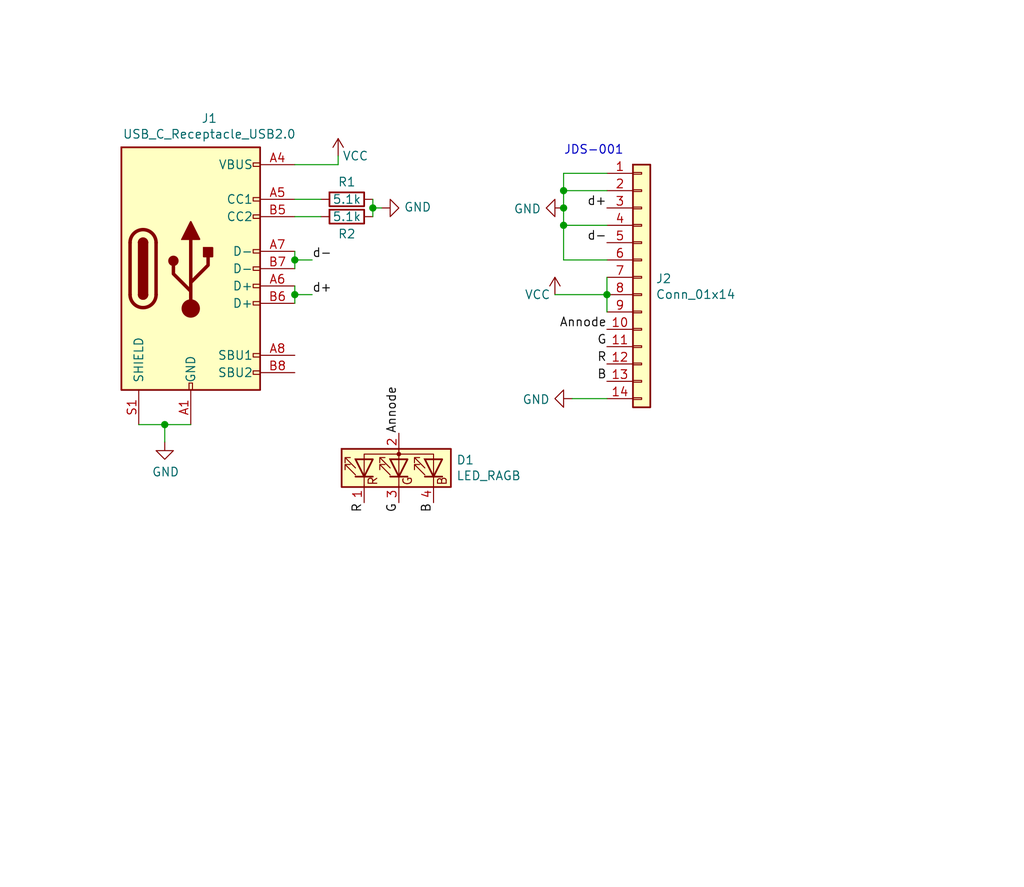
<source format=kicad_sch>
(kicad_sch (version 20211123) (generator eeschema)

  (uuid 723897d7-0d93-434e-adea-67d1ee58db20)

  (paper "User" 150.012 129.997)

  (lib_symbols
    (symbol "Connector:USB_C_Receptacle_USB2.0" (pin_names (offset 1.016)) (in_bom yes) (on_board yes)
      (property "Reference" "J" (id 0) (at -10.16 19.05 0)
        (effects (font (size 1.27 1.27)) (justify left))
      )
      (property "Value" "USB_C_Receptacle_USB2.0" (id 1) (at 19.05 19.05 0)
        (effects (font (size 1.27 1.27)) (justify right))
      )
      (property "Footprint" "" (id 2) (at 3.81 0 0)
        (effects (font (size 1.27 1.27)) hide)
      )
      (property "Datasheet" "https://www.usb.org/sites/default/files/documents/usb_type-c.zip" (id 3) (at 3.81 0 0)
        (effects (font (size 1.27 1.27)) hide)
      )
      (property "ki_keywords" "usb universal serial bus type-C USB2.0" (id 4) (at 0 0 0)
        (effects (font (size 1.27 1.27)) hide)
      )
      (property "ki_description" "USB 2.0-only Type-C Receptacle connector" (id 5) (at 0 0 0)
        (effects (font (size 1.27 1.27)) hide)
      )
      (property "ki_fp_filters" "USB*C*Receptacle*" (id 6) (at 0 0 0)
        (effects (font (size 1.27 1.27)) hide)
      )
      (symbol "USB_C_Receptacle_USB2.0_0_0"
        (rectangle (start -0.254 -17.78) (end 0.254 -16.764)
          (stroke (width 0) (type default) (color 0 0 0 0))
          (fill (type none))
        )
        (rectangle (start 10.16 -14.986) (end 9.144 -15.494)
          (stroke (width 0) (type default) (color 0 0 0 0))
          (fill (type none))
        )
        (rectangle (start 10.16 -12.446) (end 9.144 -12.954)
          (stroke (width 0) (type default) (color 0 0 0 0))
          (fill (type none))
        )
        (rectangle (start 10.16 -4.826) (end 9.144 -5.334)
          (stroke (width 0) (type default) (color 0 0 0 0))
          (fill (type none))
        )
        (rectangle (start 10.16 -2.286) (end 9.144 -2.794)
          (stroke (width 0) (type default) (color 0 0 0 0))
          (fill (type none))
        )
        (rectangle (start 10.16 0.254) (end 9.144 -0.254)
          (stroke (width 0) (type default) (color 0 0 0 0))
          (fill (type none))
        )
        (rectangle (start 10.16 2.794) (end 9.144 2.286)
          (stroke (width 0) (type default) (color 0 0 0 0))
          (fill (type none))
        )
        (rectangle (start 10.16 7.874) (end 9.144 7.366)
          (stroke (width 0) (type default) (color 0 0 0 0))
          (fill (type none))
        )
        (rectangle (start 10.16 10.414) (end 9.144 9.906)
          (stroke (width 0) (type default) (color 0 0 0 0))
          (fill (type none))
        )
        (rectangle (start 10.16 15.494) (end 9.144 14.986)
          (stroke (width 0) (type default) (color 0 0 0 0))
          (fill (type none))
        )
      )
      (symbol "USB_C_Receptacle_USB2.0_0_1"
        (rectangle (start -10.16 17.78) (end 10.16 -17.78)
          (stroke (width 0.254) (type default) (color 0 0 0 0))
          (fill (type background))
        )
        (arc (start -8.89 -3.81) (mid -6.985 -5.715) (end -5.08 -3.81)
          (stroke (width 0.508) (type default) (color 0 0 0 0))
          (fill (type none))
        )
        (arc (start -7.62 -3.81) (mid -6.985 -4.445) (end -6.35 -3.81)
          (stroke (width 0.254) (type default) (color 0 0 0 0))
          (fill (type none))
        )
        (arc (start -7.62 -3.81) (mid -6.985 -4.445) (end -6.35 -3.81)
          (stroke (width 0.254) (type default) (color 0 0 0 0))
          (fill (type outline))
        )
        (rectangle (start -7.62 -3.81) (end -6.35 3.81)
          (stroke (width 0.254) (type default) (color 0 0 0 0))
          (fill (type outline))
        )
        (arc (start -6.35 3.81) (mid -6.985 4.445) (end -7.62 3.81)
          (stroke (width 0.254) (type default) (color 0 0 0 0))
          (fill (type none))
        )
        (arc (start -6.35 3.81) (mid -6.985 4.445) (end -7.62 3.81)
          (stroke (width 0.254) (type default) (color 0 0 0 0))
          (fill (type outline))
        )
        (arc (start -5.08 3.81) (mid -6.985 5.715) (end -8.89 3.81)
          (stroke (width 0.508) (type default) (color 0 0 0 0))
          (fill (type none))
        )
        (circle (center -2.54 1.143) (radius 0.635)
          (stroke (width 0.254) (type default) (color 0 0 0 0))
          (fill (type outline))
        )
        (circle (center 0 -5.842) (radius 1.27)
          (stroke (width 0) (type default) (color 0 0 0 0))
          (fill (type outline))
        )
        (polyline
          (pts
            (xy -8.89 -3.81)
            (xy -8.89 3.81)
          )
          (stroke (width 0.508) (type default) (color 0 0 0 0))
          (fill (type none))
        )
        (polyline
          (pts
            (xy -5.08 3.81)
            (xy -5.08 -3.81)
          )
          (stroke (width 0.508) (type default) (color 0 0 0 0))
          (fill (type none))
        )
        (polyline
          (pts
            (xy 0 -5.842)
            (xy 0 4.318)
          )
          (stroke (width 0.508) (type default) (color 0 0 0 0))
          (fill (type none))
        )
        (polyline
          (pts
            (xy 0 -3.302)
            (xy -2.54 -0.762)
            (xy -2.54 0.508)
          )
          (stroke (width 0.508) (type default) (color 0 0 0 0))
          (fill (type none))
        )
        (polyline
          (pts
            (xy 0 -2.032)
            (xy 2.54 0.508)
            (xy 2.54 1.778)
          )
          (stroke (width 0.508) (type default) (color 0 0 0 0))
          (fill (type none))
        )
        (polyline
          (pts
            (xy -1.27 4.318)
            (xy 0 6.858)
            (xy 1.27 4.318)
            (xy -1.27 4.318)
          )
          (stroke (width 0.254) (type default) (color 0 0 0 0))
          (fill (type outline))
        )
        (rectangle (start 1.905 1.778) (end 3.175 3.048)
          (stroke (width 0.254) (type default) (color 0 0 0 0))
          (fill (type outline))
        )
      )
      (symbol "USB_C_Receptacle_USB2.0_1_1"
        (pin passive line (at 0 -22.86 90) (length 5.08)
          (name "GND" (effects (font (size 1.27 1.27))))
          (number "A1" (effects (font (size 1.27 1.27))))
        )
        (pin passive line (at 0 -22.86 90) (length 5.08) hide
          (name "GND" (effects (font (size 1.27 1.27))))
          (number "A12" (effects (font (size 1.27 1.27))))
        )
        (pin passive line (at 15.24 15.24 180) (length 5.08)
          (name "VBUS" (effects (font (size 1.27 1.27))))
          (number "A4" (effects (font (size 1.27 1.27))))
        )
        (pin bidirectional line (at 15.24 10.16 180) (length 5.08)
          (name "CC1" (effects (font (size 1.27 1.27))))
          (number "A5" (effects (font (size 1.27 1.27))))
        )
        (pin bidirectional line (at 15.24 -2.54 180) (length 5.08)
          (name "D+" (effects (font (size 1.27 1.27))))
          (number "A6" (effects (font (size 1.27 1.27))))
        )
        (pin bidirectional line (at 15.24 2.54 180) (length 5.08)
          (name "D-" (effects (font (size 1.27 1.27))))
          (number "A7" (effects (font (size 1.27 1.27))))
        )
        (pin bidirectional line (at 15.24 -12.7 180) (length 5.08)
          (name "SBU1" (effects (font (size 1.27 1.27))))
          (number "A8" (effects (font (size 1.27 1.27))))
        )
        (pin passive line (at 15.24 15.24 180) (length 5.08) hide
          (name "VBUS" (effects (font (size 1.27 1.27))))
          (number "A9" (effects (font (size 1.27 1.27))))
        )
        (pin passive line (at 0 -22.86 90) (length 5.08) hide
          (name "GND" (effects (font (size 1.27 1.27))))
          (number "B1" (effects (font (size 1.27 1.27))))
        )
        (pin passive line (at 0 -22.86 90) (length 5.08) hide
          (name "GND" (effects (font (size 1.27 1.27))))
          (number "B12" (effects (font (size 1.27 1.27))))
        )
        (pin passive line (at 15.24 15.24 180) (length 5.08) hide
          (name "VBUS" (effects (font (size 1.27 1.27))))
          (number "B4" (effects (font (size 1.27 1.27))))
        )
        (pin bidirectional line (at 15.24 7.62 180) (length 5.08)
          (name "CC2" (effects (font (size 1.27 1.27))))
          (number "B5" (effects (font (size 1.27 1.27))))
        )
        (pin bidirectional line (at 15.24 -5.08 180) (length 5.08)
          (name "D+" (effects (font (size 1.27 1.27))))
          (number "B6" (effects (font (size 1.27 1.27))))
        )
        (pin bidirectional line (at 15.24 0 180) (length 5.08)
          (name "D-" (effects (font (size 1.27 1.27))))
          (number "B7" (effects (font (size 1.27 1.27))))
        )
        (pin bidirectional line (at 15.24 -15.24 180) (length 5.08)
          (name "SBU2" (effects (font (size 1.27 1.27))))
          (number "B8" (effects (font (size 1.27 1.27))))
        )
        (pin passive line (at 15.24 15.24 180) (length 5.08) hide
          (name "VBUS" (effects (font (size 1.27 1.27))))
          (number "B9" (effects (font (size 1.27 1.27))))
        )
        (pin passive line (at -7.62 -22.86 90) (length 5.08)
          (name "SHIELD" (effects (font (size 1.27 1.27))))
          (number "S1" (effects (font (size 1.27 1.27))))
        )
      )
    )
    (symbol "Connector_Generic:Conn_01x14" (pin_names (offset 1.016) hide) (in_bom yes) (on_board yes)
      (property "Reference" "J" (id 0) (at 0 17.78 0)
        (effects (font (size 1.27 1.27)))
      )
      (property "Value" "Conn_01x14" (id 1) (at 0 -20.32 0)
        (effects (font (size 1.27 1.27)))
      )
      (property "Footprint" "" (id 2) (at 0 0 0)
        (effects (font (size 1.27 1.27)) hide)
      )
      (property "Datasheet" "~" (id 3) (at 0 0 0)
        (effects (font (size 1.27 1.27)) hide)
      )
      (property "ki_keywords" "connector" (id 4) (at 0 0 0)
        (effects (font (size 1.27 1.27)) hide)
      )
      (property "ki_description" "Generic connector, single row, 01x14, script generated (kicad-library-utils/schlib/autogen/connector/)" (id 5) (at 0 0 0)
        (effects (font (size 1.27 1.27)) hide)
      )
      (property "ki_fp_filters" "Connector*:*_1x??_*" (id 6) (at 0 0 0)
        (effects (font (size 1.27 1.27)) hide)
      )
      (symbol "Conn_01x14_1_1"
        (rectangle (start -1.27 -17.653) (end 0 -17.907)
          (stroke (width 0.1524) (type default) (color 0 0 0 0))
          (fill (type none))
        )
        (rectangle (start -1.27 -15.113) (end 0 -15.367)
          (stroke (width 0.1524) (type default) (color 0 0 0 0))
          (fill (type none))
        )
        (rectangle (start -1.27 -12.573) (end 0 -12.827)
          (stroke (width 0.1524) (type default) (color 0 0 0 0))
          (fill (type none))
        )
        (rectangle (start -1.27 -10.033) (end 0 -10.287)
          (stroke (width 0.1524) (type default) (color 0 0 0 0))
          (fill (type none))
        )
        (rectangle (start -1.27 -7.493) (end 0 -7.747)
          (stroke (width 0.1524) (type default) (color 0 0 0 0))
          (fill (type none))
        )
        (rectangle (start -1.27 -4.953) (end 0 -5.207)
          (stroke (width 0.1524) (type default) (color 0 0 0 0))
          (fill (type none))
        )
        (rectangle (start -1.27 -2.413) (end 0 -2.667)
          (stroke (width 0.1524) (type default) (color 0 0 0 0))
          (fill (type none))
        )
        (rectangle (start -1.27 0.127) (end 0 -0.127)
          (stroke (width 0.1524) (type default) (color 0 0 0 0))
          (fill (type none))
        )
        (rectangle (start -1.27 2.667) (end 0 2.413)
          (stroke (width 0.1524) (type default) (color 0 0 0 0))
          (fill (type none))
        )
        (rectangle (start -1.27 5.207) (end 0 4.953)
          (stroke (width 0.1524) (type default) (color 0 0 0 0))
          (fill (type none))
        )
        (rectangle (start -1.27 7.747) (end 0 7.493)
          (stroke (width 0.1524) (type default) (color 0 0 0 0))
          (fill (type none))
        )
        (rectangle (start -1.27 10.287) (end 0 10.033)
          (stroke (width 0.1524) (type default) (color 0 0 0 0))
          (fill (type none))
        )
        (rectangle (start -1.27 12.827) (end 0 12.573)
          (stroke (width 0.1524) (type default) (color 0 0 0 0))
          (fill (type none))
        )
        (rectangle (start -1.27 15.367) (end 0 15.113)
          (stroke (width 0.1524) (type default) (color 0 0 0 0))
          (fill (type none))
        )
        (rectangle (start -1.27 16.51) (end 1.27 -19.05)
          (stroke (width 0.254) (type default) (color 0 0 0 0))
          (fill (type background))
        )
        (pin passive line (at -5.08 15.24 0) (length 3.81)
          (name "Pin_1" (effects (font (size 1.27 1.27))))
          (number "1" (effects (font (size 1.27 1.27))))
        )
        (pin passive line (at -5.08 -7.62 0) (length 3.81)
          (name "Pin_10" (effects (font (size 1.27 1.27))))
          (number "10" (effects (font (size 1.27 1.27))))
        )
        (pin passive line (at -5.08 -10.16 0) (length 3.81)
          (name "Pin_11" (effects (font (size 1.27 1.27))))
          (number "11" (effects (font (size 1.27 1.27))))
        )
        (pin passive line (at -5.08 -12.7 0) (length 3.81)
          (name "Pin_12" (effects (font (size 1.27 1.27))))
          (number "12" (effects (font (size 1.27 1.27))))
        )
        (pin passive line (at -5.08 -15.24 0) (length 3.81)
          (name "Pin_13" (effects (font (size 1.27 1.27))))
          (number "13" (effects (font (size 1.27 1.27))))
        )
        (pin passive line (at -5.08 -17.78 0) (length 3.81)
          (name "Pin_14" (effects (font (size 1.27 1.27))))
          (number "14" (effects (font (size 1.27 1.27))))
        )
        (pin passive line (at -5.08 12.7 0) (length 3.81)
          (name "Pin_2" (effects (font (size 1.27 1.27))))
          (number "2" (effects (font (size 1.27 1.27))))
        )
        (pin passive line (at -5.08 10.16 0) (length 3.81)
          (name "Pin_3" (effects (font (size 1.27 1.27))))
          (number "3" (effects (font (size 1.27 1.27))))
        )
        (pin passive line (at -5.08 7.62 0) (length 3.81)
          (name "Pin_4" (effects (font (size 1.27 1.27))))
          (number "4" (effects (font (size 1.27 1.27))))
        )
        (pin passive line (at -5.08 5.08 0) (length 3.81)
          (name "Pin_5" (effects (font (size 1.27 1.27))))
          (number "5" (effects (font (size 1.27 1.27))))
        )
        (pin passive line (at -5.08 2.54 0) (length 3.81)
          (name "Pin_6" (effects (font (size 1.27 1.27))))
          (number "6" (effects (font (size 1.27 1.27))))
        )
        (pin passive line (at -5.08 0 0) (length 3.81)
          (name "Pin_7" (effects (font (size 1.27 1.27))))
          (number "7" (effects (font (size 1.27 1.27))))
        )
        (pin passive line (at -5.08 -2.54 0) (length 3.81)
          (name "Pin_8" (effects (font (size 1.27 1.27))))
          (number "8" (effects (font (size 1.27 1.27))))
        )
        (pin passive line (at -5.08 -5.08 0) (length 3.81)
          (name "Pin_9" (effects (font (size 1.27 1.27))))
          (number "9" (effects (font (size 1.27 1.27))))
        )
      )
    )
    (symbol "Device:LED_RAGB" (pin_names (offset 0) hide) (in_bom yes) (on_board yes)
      (property "Reference" "D" (id 0) (at 0 9.398 0)
        (effects (font (size 1.27 1.27)))
      )
      (property "Value" "LED_RAGB" (id 1) (at 0 -8.89 0)
        (effects (font (size 1.27 1.27)))
      )
      (property "Footprint" "" (id 2) (at 0 -1.27 0)
        (effects (font (size 1.27 1.27)) hide)
      )
      (property "Datasheet" "~" (id 3) (at 0 -1.27 0)
        (effects (font (size 1.27 1.27)) hide)
      )
      (property "ki_keywords" "LED RGB diode" (id 4) (at 0 0 0)
        (effects (font (size 1.27 1.27)) hide)
      )
      (property "ki_description" "RGB LED, red/anode/green/blue" (id 5) (at 0 0 0)
        (effects (font (size 1.27 1.27)) hide)
      )
      (property "ki_fp_filters" "LED* LED_SMD:* LED_THT:*" (id 6) (at 0 0 0)
        (effects (font (size 1.27 1.27)) hide)
      )
      (symbol "LED_RAGB_0_0"
        (text "B" (at -1.905 -6.35 0)
          (effects (font (size 1.27 1.27)))
        )
        (text "G" (at -1.905 -1.27 0)
          (effects (font (size 1.27 1.27)))
        )
        (text "R" (at -1.905 3.81 0)
          (effects (font (size 1.27 1.27)))
        )
      )
      (symbol "LED_RAGB_0_1"
        (polyline
          (pts
            (xy -1.27 -5.08)
            (xy -2.54 -5.08)
          )
          (stroke (width 0) (type default) (color 0 0 0 0))
          (fill (type none))
        )
        (polyline
          (pts
            (xy -1.27 -5.08)
            (xy 1.27 -5.08)
          )
          (stroke (width 0) (type default) (color 0 0 0 0))
          (fill (type none))
        )
        (polyline
          (pts
            (xy -1.27 -3.81)
            (xy -1.27 -6.35)
          )
          (stroke (width 0.254) (type default) (color 0 0 0 0))
          (fill (type none))
        )
        (polyline
          (pts
            (xy -1.27 0)
            (xy -2.54 0)
          )
          (stroke (width 0) (type default) (color 0 0 0 0))
          (fill (type none))
        )
        (polyline
          (pts
            (xy -1.27 1.27)
            (xy -1.27 -1.27)
          )
          (stroke (width 0.254) (type default) (color 0 0 0 0))
          (fill (type none))
        )
        (polyline
          (pts
            (xy -1.27 5.08)
            (xy -2.54 5.08)
          )
          (stroke (width 0) (type default) (color 0 0 0 0))
          (fill (type none))
        )
        (polyline
          (pts
            (xy -1.27 5.08)
            (xy 1.27 5.08)
          )
          (stroke (width 0) (type default) (color 0 0 0 0))
          (fill (type none))
        )
        (polyline
          (pts
            (xy -1.27 6.35)
            (xy -1.27 3.81)
          )
          (stroke (width 0.254) (type default) (color 0 0 0 0))
          (fill (type none))
        )
        (polyline
          (pts
            (xy 1.27 0)
            (xy -1.27 0)
          )
          (stroke (width 0) (type default) (color 0 0 0 0))
          (fill (type none))
        )
        (polyline
          (pts
            (xy 1.27 0)
            (xy 2.54 0)
          )
          (stroke (width 0) (type default) (color 0 0 0 0))
          (fill (type none))
        )
        (polyline
          (pts
            (xy -1.27 1.27)
            (xy -1.27 -1.27)
            (xy -1.27 -1.27)
          )
          (stroke (width 0) (type default) (color 0 0 0 0))
          (fill (type none))
        )
        (polyline
          (pts
            (xy -1.27 6.35)
            (xy -1.27 3.81)
            (xy -1.27 3.81)
          )
          (stroke (width 0) (type default) (color 0 0 0 0))
          (fill (type none))
        )
        (polyline
          (pts
            (xy 1.27 -5.08)
            (xy 2.032 -5.08)
            (xy 2.032 5.08)
            (xy 1.27 5.08)
          )
          (stroke (width 0) (type default) (color 0 0 0 0))
          (fill (type none))
        )
        (polyline
          (pts
            (xy 1.27 -3.81)
            (xy 1.27 -6.35)
            (xy -1.27 -5.08)
            (xy 1.27 -3.81)
          )
          (stroke (width 0.254) (type default) (color 0 0 0 0))
          (fill (type none))
        )
        (polyline
          (pts
            (xy 1.27 1.27)
            (xy 1.27 -1.27)
            (xy -1.27 0)
            (xy 1.27 1.27)
          )
          (stroke (width 0.254) (type default) (color 0 0 0 0))
          (fill (type none))
        )
        (polyline
          (pts
            (xy 1.27 6.35)
            (xy 1.27 3.81)
            (xy -1.27 5.08)
            (xy 1.27 6.35)
          )
          (stroke (width 0.254) (type default) (color 0 0 0 0))
          (fill (type none))
        )
        (polyline
          (pts
            (xy -1.016 -3.81)
            (xy 0.508 -2.286)
            (xy -0.254 -2.286)
            (xy 0.508 -2.286)
            (xy 0.508 -3.048)
          )
          (stroke (width 0) (type default) (color 0 0 0 0))
          (fill (type none))
        )
        (polyline
          (pts
            (xy -1.016 1.27)
            (xy 0.508 2.794)
            (xy -0.254 2.794)
            (xy 0.508 2.794)
            (xy 0.508 2.032)
          )
          (stroke (width 0) (type default) (color 0 0 0 0))
          (fill (type none))
        )
        (polyline
          (pts
            (xy -1.016 6.35)
            (xy 0.508 7.874)
            (xy -0.254 7.874)
            (xy 0.508 7.874)
            (xy 0.508 7.112)
          )
          (stroke (width 0) (type default) (color 0 0 0 0))
          (fill (type none))
        )
        (polyline
          (pts
            (xy 0 -3.81)
            (xy 1.524 -2.286)
            (xy 0.762 -2.286)
            (xy 1.524 -2.286)
            (xy 1.524 -3.048)
          )
          (stroke (width 0) (type default) (color 0 0 0 0))
          (fill (type none))
        )
        (polyline
          (pts
            (xy 0 1.27)
            (xy 1.524 2.794)
            (xy 0.762 2.794)
            (xy 1.524 2.794)
            (xy 1.524 2.032)
          )
          (stroke (width 0) (type default) (color 0 0 0 0))
          (fill (type none))
        )
        (polyline
          (pts
            (xy 0 6.35)
            (xy 1.524 7.874)
            (xy 0.762 7.874)
            (xy 1.524 7.874)
            (xy 1.524 7.112)
          )
          (stroke (width 0) (type default) (color 0 0 0 0))
          (fill (type none))
        )
        (rectangle (start 1.27 -1.27) (end 1.27 1.27)
          (stroke (width 0) (type default) (color 0 0 0 0))
          (fill (type none))
        )
        (rectangle (start 1.27 1.27) (end 1.27 1.27)
          (stroke (width 0) (type default) (color 0 0 0 0))
          (fill (type none))
        )
        (rectangle (start 1.27 3.81) (end 1.27 6.35)
          (stroke (width 0) (type default) (color 0 0 0 0))
          (fill (type none))
        )
        (rectangle (start 1.27 6.35) (end 1.27 6.35)
          (stroke (width 0) (type default) (color 0 0 0 0))
          (fill (type none))
        )
        (circle (center 2.032 0) (radius 0.254)
          (stroke (width 0) (type default) (color 0 0 0 0))
          (fill (type outline))
        )
        (rectangle (start 2.794 8.382) (end -2.794 -7.62)
          (stroke (width 0.254) (type default) (color 0 0 0 0))
          (fill (type background))
        )
      )
      (symbol "LED_RAGB_1_1"
        (pin passive line (at -5.08 5.08 0) (length 2.54)
          (name "RK" (effects (font (size 1.27 1.27))))
          (number "1" (effects (font (size 1.27 1.27))))
        )
        (pin passive line (at 5.08 0 180) (length 2.54)
          (name "A" (effects (font (size 1.27 1.27))))
          (number "2" (effects (font (size 1.27 1.27))))
        )
        (pin passive line (at -5.08 0 0) (length 2.54)
          (name "GK" (effects (font (size 1.27 1.27))))
          (number "3" (effects (font (size 1.27 1.27))))
        )
        (pin passive line (at -5.08 -5.08 0) (length 2.54)
          (name "BK" (effects (font (size 1.27 1.27))))
          (number "4" (effects (font (size 1.27 1.27))))
        )
      )
    )
    (symbol "Device:R" (pin_numbers hide) (pin_names (offset 0)) (in_bom yes) (on_board yes)
      (property "Reference" "R" (id 0) (at 2.032 0 90)
        (effects (font (size 1.27 1.27)))
      )
      (property "Value" "R" (id 1) (at 0 0 90)
        (effects (font (size 1.27 1.27)))
      )
      (property "Footprint" "" (id 2) (at -1.778 0 90)
        (effects (font (size 1.27 1.27)) hide)
      )
      (property "Datasheet" "~" (id 3) (at 0 0 0)
        (effects (font (size 1.27 1.27)) hide)
      )
      (property "ki_keywords" "R res resistor" (id 4) (at 0 0 0)
        (effects (font (size 1.27 1.27)) hide)
      )
      (property "ki_description" "Resistor" (id 5) (at 0 0 0)
        (effects (font (size 1.27 1.27)) hide)
      )
      (property "ki_fp_filters" "R_*" (id 6) (at 0 0 0)
        (effects (font (size 1.27 1.27)) hide)
      )
      (symbol "R_0_1"
        (rectangle (start -1.016 -2.54) (end 1.016 2.54)
          (stroke (width 0.254) (type default) (color 0 0 0 0))
          (fill (type none))
        )
      )
      (symbol "R_1_1"
        (pin passive line (at 0 3.81 270) (length 1.27)
          (name "~" (effects (font (size 1.27 1.27))))
          (number "1" (effects (font (size 1.27 1.27))))
        )
        (pin passive line (at 0 -3.81 90) (length 1.27)
          (name "~" (effects (font (size 1.27 1.27))))
          (number "2" (effects (font (size 1.27 1.27))))
        )
      )
    )
    (symbol "power:GND" (power) (pin_names (offset 0)) (in_bom yes) (on_board yes)
      (property "Reference" "#PWR" (id 0) (at 0 -6.35 0)
        (effects (font (size 1.27 1.27)) hide)
      )
      (property "Value" "GND" (id 1) (at 0 -3.81 0)
        (effects (font (size 1.27 1.27)))
      )
      (property "Footprint" "" (id 2) (at 0 0 0)
        (effects (font (size 1.27 1.27)) hide)
      )
      (property "Datasheet" "" (id 3) (at 0 0 0)
        (effects (font (size 1.27 1.27)) hide)
      )
      (property "ki_keywords" "power-flag" (id 4) (at 0 0 0)
        (effects (font (size 1.27 1.27)) hide)
      )
      (property "ki_description" "Power symbol creates a global label with name \"GND\" , ground" (id 5) (at 0 0 0)
        (effects (font (size 1.27 1.27)) hide)
      )
      (symbol "GND_0_1"
        (polyline
          (pts
            (xy 0 0)
            (xy 0 -1.27)
            (xy 1.27 -1.27)
            (xy 0 -2.54)
            (xy -1.27 -1.27)
            (xy 0 -1.27)
          )
          (stroke (width 0) (type default) (color 0 0 0 0))
          (fill (type none))
        )
      )
      (symbol "GND_1_1"
        (pin power_in line (at 0 0 270) (length 0) hide
          (name "GND" (effects (font (size 1.27 1.27))))
          (number "1" (effects (font (size 1.27 1.27))))
        )
      )
    )
    (symbol "power:VCC" (power) (pin_names (offset 0)) (in_bom yes) (on_board yes)
      (property "Reference" "#PWR" (id 0) (at 0 -3.81 0)
        (effects (font (size 1.27 1.27)) hide)
      )
      (property "Value" "VCC" (id 1) (at 0 3.81 0)
        (effects (font (size 1.27 1.27)))
      )
      (property "Footprint" "" (id 2) (at 0 0 0)
        (effects (font (size 1.27 1.27)) hide)
      )
      (property "Datasheet" "" (id 3) (at 0 0 0)
        (effects (font (size 1.27 1.27)) hide)
      )
      (property "ki_keywords" "power-flag" (id 4) (at 0 0 0)
        (effects (font (size 1.27 1.27)) hide)
      )
      (property "ki_description" "Power symbol creates a global label with name \"VCC\"" (id 5) (at 0 0 0)
        (effects (font (size 1.27 1.27)) hide)
      )
      (symbol "VCC_0_1"
        (polyline
          (pts
            (xy -0.762 1.27)
            (xy 0 2.54)
          )
          (stroke (width 0) (type default) (color 0 0 0 0))
          (fill (type none))
        )
        (polyline
          (pts
            (xy 0 0)
            (xy 0 2.54)
          )
          (stroke (width 0) (type default) (color 0 0 0 0))
          (fill (type none))
        )
        (polyline
          (pts
            (xy 0 2.54)
            (xy 0.762 1.27)
          )
          (stroke (width 0) (type default) (color 0 0 0 0))
          (fill (type none))
        )
      )
      (symbol "VCC_1_1"
        (pin power_in line (at 0 0 90) (length 0) hide
          (name "VCC" (effects (font (size 1.27 1.27))))
          (number "1" (effects (font (size 1.27 1.27))))
        )
      )
    )
  )

  (junction (at 43.18 43.18) (diameter 0) (color 0 0 0 0)
    (uuid 500e1281-b850-43e8-9eb3-0587b62f7d3a)
  )
  (junction (at 82.55 30.48) (diameter 0) (color 0 0 0 0)
    (uuid 7f51f95b-22ea-4e9b-a838-6da517f0de38)
  )
  (junction (at 82.55 27.94) (diameter 0) (color 0 0 0 0)
    (uuid 809d2787-ff2b-4110-8d36-6e4748cbdfba)
  )
  (junction (at 24.13 62.23) (diameter 0) (color 0 0 0 0)
    (uuid 86337990-5465-440c-9bb5-fcb987269104)
  )
  (junction (at 54.61 30.48) (diameter 0) (color 0 0 0 0)
    (uuid add7b078-19b0-44f4-a71f-9479bf6df5a2)
  )
  (junction (at 88.9 43.18) (diameter 0) (color 0 0 0 0)
    (uuid c52d4ee0-4f91-449a-ac6b-03afaac9dd0c)
  )
  (junction (at 82.55 33.02) (diameter 0) (color 0 0 0 0)
    (uuid c5c0d885-2449-45e1-acba-3b43c20fcfdf)
  )
  (junction (at 43.18 38.1) (diameter 0) (color 0 0 0 0)
    (uuid d5b19efa-8483-4aa3-b423-1b2513150a30)
  )

  (wire (pts (xy 88.9 43.18) (xy 88.9 45.72))
    (stroke (width 0) (type default) (color 0 0 0 0))
    (uuid 09118ab8-9ce3-43ad-9991-c8ff803a182b)
  )
  (wire (pts (xy 54.61 30.48) (xy 54.61 31.75))
    (stroke (width 0) (type default) (color 0 0 0 0))
    (uuid 14542afa-67b3-4589-9676-b8f76dbf712e)
  )
  (wire (pts (xy 49.53 24.13) (xy 49.53 22.86))
    (stroke (width 0) (type default) (color 0 0 0 0))
    (uuid 23816e9f-bb44-4af0-ba5b-5a74c7af6daa)
  )
  (wire (pts (xy 55.88 30.48) (xy 54.61 30.48))
    (stroke (width 0) (type default) (color 0 0 0 0))
    (uuid 25675d0b-3a2e-42cf-87aa-8c86d55849cd)
  )
  (wire (pts (xy 43.18 41.91) (xy 43.18 43.18))
    (stroke (width 0) (type default) (color 0 0 0 0))
    (uuid 281dea5f-78a2-43d1-ba92-df51c69431be)
  )
  (wire (pts (xy 24.13 64.77) (xy 24.13 62.23))
    (stroke (width 0) (type default) (color 0 0 0 0))
    (uuid 28743b4e-05cd-4e5c-990d-52d1a6c4fb91)
  )
  (wire (pts (xy 46.99 31.75) (xy 43.18 31.75))
    (stroke (width 0) (type default) (color 0 0 0 0))
    (uuid 2b39901d-03a5-4900-8f26-a17eab58e8df)
  )
  (wire (pts (xy 82.55 38.1) (xy 82.55 33.02))
    (stroke (width 0) (type default) (color 0 0 0 0))
    (uuid 2bf836da-3e90-4ef7-851c-4248bb91186c)
  )
  (wire (pts (xy 54.61 29.21) (xy 54.61 30.48))
    (stroke (width 0) (type default) (color 0 0 0 0))
    (uuid 2f1e6e02-e9da-4cf6-a117-0d8b96e38a7f)
  )
  (wire (pts (xy 88.9 25.4) (xy 82.55 25.4))
    (stroke (width 0) (type default) (color 0 0 0 0))
    (uuid 3f9af14e-620c-4b0e-961d-9c8c98b5ab5d)
  )
  (wire (pts (xy 45.72 38.1) (xy 43.18 38.1))
    (stroke (width 0) (type default) (color 0 0 0 0))
    (uuid 59c08300-d69a-4ee9-85ca-4b65d84f76ce)
  )
  (wire (pts (xy 88.9 27.94) (xy 82.55 27.94))
    (stroke (width 0) (type default) (color 0 0 0 0))
    (uuid 5d98a25f-17f6-4125-8194-ce37956b1138)
  )
  (wire (pts (xy 82.55 27.94) (xy 82.55 30.48))
    (stroke (width 0) (type default) (color 0 0 0 0))
    (uuid 799e898d-c601-4f10-922f-289ae6f519a3)
  )
  (wire (pts (xy 88.9 43.18) (xy 81.28 43.18))
    (stroke (width 0) (type default) (color 0 0 0 0))
    (uuid 90900432-e875-4000-9a7d-3eafe8d9079e)
  )
  (wire (pts (xy 88.9 58.42) (xy 83.82 58.42))
    (stroke (width 0) (type default) (color 0 0 0 0))
    (uuid 971ec644-a674-461b-839c-acab1e5fe43c)
  )
  (wire (pts (xy 27.94 62.23) (xy 24.13 62.23))
    (stroke (width 0) (type default) (color 0 0 0 0))
    (uuid 97882dcd-0b97-4ba1-b392-7a54a5ff2bb0)
  )
  (wire (pts (xy 43.18 43.18) (xy 43.18 44.45))
    (stroke (width 0) (type default) (color 0 0 0 0))
    (uuid 99e226aa-23fd-43e2-89b3-b87d24cf333c)
  )
  (wire (pts (xy 24.13 62.23) (xy 20.32 62.23))
    (stroke (width 0) (type default) (color 0 0 0 0))
    (uuid 9d8a0f50-bb93-4bd2-bc6c-1de6ea91e5da)
  )
  (wire (pts (xy 45.72 43.18) (xy 43.18 43.18))
    (stroke (width 0) (type default) (color 0 0 0 0))
    (uuid b45d6a13-8f7f-42f6-a911-b884bf09624d)
  )
  (wire (pts (xy 82.55 30.48) (xy 82.55 33.02))
    (stroke (width 0) (type default) (color 0 0 0 0))
    (uuid b595736c-1a28-4110-b8e2-6e0aa76f84a8)
  )
  (wire (pts (xy 43.18 38.1) (xy 43.18 39.37))
    (stroke (width 0) (type default) (color 0 0 0 0))
    (uuid bb25b82f-0314-4d3a-8934-5e407979c83b)
  )
  (wire (pts (xy 43.18 36.83) (xy 43.18 38.1))
    (stroke (width 0) (type default) (color 0 0 0 0))
    (uuid c2429898-88c9-4bb1-92f7-800f7a079384)
  )
  (wire (pts (xy 88.9 40.64) (xy 88.9 43.18))
    (stroke (width 0) (type default) (color 0 0 0 0))
    (uuid ce382b65-faf2-4bec-baa2-86ecad676366)
  )
  (wire (pts (xy 88.9 38.1) (xy 82.55 38.1))
    (stroke (width 0) (type default) (color 0 0 0 0))
    (uuid df8a69cf-1544-449f-9c76-12060e8f4140)
  )
  (wire (pts (xy 82.55 25.4) (xy 82.55 27.94))
    (stroke (width 0) (type default) (color 0 0 0 0))
    (uuid e2a06ba9-edf1-4890-86f7-3d0499dc7c2d)
  )
  (wire (pts (xy 82.55 33.02) (xy 88.9 33.02))
    (stroke (width 0) (type default) (color 0 0 0 0))
    (uuid e3666507-5961-4c4c-b80f-52c4047effb3)
  )
  (wire (pts (xy 46.99 29.21) (xy 43.18 29.21))
    (stroke (width 0) (type default) (color 0 0 0 0))
    (uuid fe0fb1f6-b651-488d-943d-7523067211f1)
  )
  (wire (pts (xy 43.18 24.13) (xy 49.53 24.13))
    (stroke (width 0) (type default) (color 0 0 0 0))
    (uuid fec86399-4262-4c6c-a75f-446b0cccee57)
  )

  (text "JDS-001" (at 82.55 22.86 0)
    (effects (font (size 1.27 1.27)) (justify left bottom))
    (uuid dcde6c92-ef4f-45ab-9986-d9c05c491469)
  )

  (label "B" (at 63.5 73.66 270)
    (effects (font (size 1.27 1.27)) (justify right bottom))
    (uuid 0a679324-4fbf-4ab4-9af3-2f407a9d47eb)
  )
  (label "d+" (at 88.9 30.48 180)
    (effects (font (size 1.27 1.27)) (justify right bottom))
    (uuid 1fbd2f49-afd4-4b38-8069-3cfbd0d4055f)
  )
  (label "R" (at 88.9 53.34 180)
    (effects (font (size 1.27 1.27)) (justify right bottom))
    (uuid 2e116990-b3ca-49e3-bb17-65a2be8bae78)
  )
  (label "B" (at 88.9 55.88 180)
    (effects (font (size 1.27 1.27)) (justify right bottom))
    (uuid 32beed67-8889-42fd-b93d-224597dea4eb)
  )
  (label "Annode" (at 88.9 48.26 180)
    (effects (font (size 1.27 1.27)) (justify right bottom))
    (uuid 6a58943c-d6b1-4e04-b884-9718c0358ae9)
  )
  (label "R" (at 53.34 73.66 270)
    (effects (font (size 1.27 1.27)) (justify right bottom))
    (uuid 813a25be-fee4-46c6-87a4-7588065a6613)
  )
  (label "d-" (at 45.72 38.1 0)
    (effects (font (size 1.27 1.27)) (justify left bottom))
    (uuid 8c296023-bb06-4bbd-9eca-97582f89f447)
  )
  (label "d-" (at 88.9 35.56 180)
    (effects (font (size 1.27 1.27)) (justify right bottom))
    (uuid 9582f8eb-e86f-4711-9b9a-9528e74255cf)
  )
  (label "Annode" (at 58.42 63.5 90)
    (effects (font (size 1.27 1.27)) (justify left bottom))
    (uuid 9bfa2d66-b3d3-49f3-94ff-d0b4e02bddd3)
  )
  (label "G" (at 58.42 73.66 270)
    (effects (font (size 1.27 1.27)) (justify right bottom))
    (uuid bdb93606-d327-4ad9-9cf0-a441bd31d9bd)
  )
  (label "G" (at 88.9 50.8 180)
    (effects (font (size 1.27 1.27)) (justify right bottom))
    (uuid da2b1a97-43d0-4b15-aae4-39ee87d16b94)
  )
  (label "d+" (at 45.72 43.18 0)
    (effects (font (size 1.27 1.27)) (justify left bottom))
    (uuid ead4a019-8016-491d-9849-be224aff63c2)
  )

  (symbol (lib_id "Connector:USB_C_Receptacle_USB2.0") (at 27.94 39.37 0) (unit 1)
    (in_bom yes) (on_board yes)
    (uuid 00000000-0000-0000-0000-000061182e03)
    (property "Reference" "" (id 0) (at 30.6578 17.3482 0))
    (property "Value" "USB_C_Receptacle_USB2.0" (id 1) (at 30.6578 19.6596 0))
    (property "Footprint" "Connector_USB:USB_C_Receptacle_HRO_TYPE-C-31-M-12" (id 2) (at 31.75 39.37 0)
      (effects (font (size 1.27 1.27)) hide)
    )
    (property "Datasheet" "https://www.usb.org/sites/default/files/documents/usb_type-c.zip" (id 3) (at 31.75 39.37 0)
      (effects (font (size 1.27 1.27)) hide)
    )
    (pin "A1" (uuid 710b5f1f-23c3-436a-a414-b33191cf61a8))
    (pin "A12" (uuid 87140665-2c6c-478c-a42d-044c9e4ec573))
    (pin "A4" (uuid 1a8a434d-a2e4-48f1-be72-1c16f0603416))
    (pin "A5" (uuid 54149eac-e089-4d9d-9872-dfea2fce94b9))
    (pin "A6" (uuid e315e27c-cbc5-48ec-80e0-8603c1a45912))
    (pin "A7" (uuid efc374ab-ffc1-427b-8e4e-98764563daa9))
    (pin "A8" (uuid c183fca8-c715-4742-9a42-4689892f050a))
    (pin "A9" (uuid 8e0dda10-0d5a-4faf-b3bd-6a7807debd84))
    (pin "B1" (uuid e3c5b07a-430b-463d-ba50-794d8e575adc))
    (pin "B12" (uuid 66a2de7f-ba63-4165-b5da-49ea16a80d92))
    (pin "B4" (uuid 1d19a780-35dd-411c-a8fa-2a3a8d01c29a))
    (pin "B5" (uuid d3ef3d35-5db6-4a8d-9bb9-f357fb8a8a88))
    (pin "B6" (uuid 24910ea4-e202-41e1-8ad8-2d58b04bf553))
    (pin "B7" (uuid 7fdef50a-a79a-4060-bfac-44446cc6ae05))
    (pin "B8" (uuid cd641555-481d-4688-bb96-50bd45d0ecf6))
    (pin "B9" (uuid af43620a-7903-46fd-aa6a-11683f58fe57))
    (pin "S1" (uuid 67642cfc-1655-460f-8be7-8dd152a76d7e))
  )

  (symbol (lib_id "power:GND") (at 24.13 64.77 0) (unit 1)
    (in_bom yes) (on_board yes)
    (uuid 00000000-0000-0000-0000-000061185054)
    (property "Reference" "#PWR01" (id 0) (at 24.13 71.12 0)
      (effects (font (size 1.27 1.27)) hide)
    )
    (property "Value" "GND" (id 1) (at 24.257 69.1642 0))
    (property "Footprint" "" (id 2) (at 24.13 64.77 0)
      (effects (font (size 1.27 1.27)) hide)
    )
    (property "Datasheet" "" (id 3) (at 24.13 64.77 0)
      (effects (font (size 1.27 1.27)) hide)
    )
    (pin "1" (uuid 71ef1c88-cf14-4301-96ed-42fdd33556d6))
  )

  (symbol (lib_id "Connector_Generic:Conn_01x14") (at 93.98 40.64 0) (unit 1)
    (in_bom yes) (on_board yes)
    (uuid 00000000-0000-0000-0000-0000611858ef)
    (property "Reference" "" (id 0) (at 96.012 40.8432 0)
      (effects (font (size 1.27 1.27)) (justify left))
    )
    (property "Value" "Conn_01x14" (id 1) (at 96.012 43.1546 0)
      (effects (font (size 1.27 1.27)) (justify left))
    )
    (property "Footprint" "Molex 503480-1400:503480-1400" (id 2) (at 93.98 40.64 0)
      (effects (font (size 1.27 1.27)) hide)
    )
    (property "Datasheet" "~" (id 3) (at 93.98 40.64 0)
      (effects (font (size 1.27 1.27)) hide)
    )
    (pin "1" (uuid d37f4a6d-9491-4528-af83-db9cf2bc67aa))
    (pin "10" (uuid 24b335da-fada-4414-9686-71f607708cec))
    (pin "11" (uuid 4a9b99e9-2047-4bcb-af7d-cd94b5e528e7))
    (pin "12" (uuid 557ed205-6808-4b9f-8e0f-a908638435ad))
    (pin "13" (uuid e3091feb-0496-4183-864a-6d949b2a1367))
    (pin "14" (uuid aa16e05f-30ca-4c29-827e-22c8117bc675))
    (pin "2" (uuid 7a2e24c0-df35-4548-861c-42422acc0db1))
    (pin "3" (uuid bffe0441-a92a-48d0-a3a5-c2f98a360740))
    (pin "4" (uuid b60e9f49-372c-417e-8a9d-ab5bba016cb8))
    (pin "5" (uuid 405cab15-fab1-4c2e-8ea2-8394ed43c075))
    (pin "6" (uuid d2a08747-61a1-48dd-8ed7-b22527c5d7bc))
    (pin "7" (uuid dcdab51d-1aac-46ae-bc5f-cbc83b255493))
    (pin "8" (uuid f503ea48-e2b2-42a7-8360-28e3fb13b631))
    (pin "9" (uuid 102d11a6-702d-44f9-b10f-ef5fd7ac696e))
  )

  (symbol (lib_id "Device:R") (at 50.8 29.21 270) (unit 1)
    (in_bom yes) (on_board yes)
    (uuid 00000000-0000-0000-0000-000061186ed9)
    (property "Reference" "" (id 0) (at 50.8 26.67 90))
    (property "Value" "5.1k" (id 1) (at 50.8 29.21 90))
    (property "Footprint" "Resistor_SMD:R_0603_1608Metric_Pad0.98x0.95mm_HandSolder" (id 2) (at 50.8 27.432 90)
      (effects (font (size 1.27 1.27)) hide)
    )
    (property "Datasheet" "~" (id 3) (at 50.8 29.21 0)
      (effects (font (size 1.27 1.27)) hide)
    )
    (pin "1" (uuid 0c78eab4-c2e1-458b-b850-7c6815eb3d08))
    (pin "2" (uuid b581bee3-1017-4ce6-a545-30f1f7c84e52))
  )

  (symbol (lib_id "Device:R") (at 50.8 31.75 270) (unit 1)
    (in_bom yes) (on_board yes)
    (uuid 00000000-0000-0000-0000-000061187a14)
    (property "Reference" "" (id 0) (at 50.8 34.29 90))
    (property "Value" "5.1k" (id 1) (at 50.8 31.75 90))
    (property "Footprint" "Resistor_SMD:R_0603_1608Metric_Pad0.98x0.95mm_HandSolder" (id 2) (at 50.8 29.972 90)
      (effects (font (size 1.27 1.27)) hide)
    )
    (property "Datasheet" "~" (id 3) (at 50.8 31.75 0)
      (effects (font (size 1.27 1.27)) hide)
    )
    (pin "1" (uuid 195cb348-5bd8-4689-aa6e-22c3fd315b67))
    (pin "2" (uuid 354c4e63-a92e-4d60-a315-908cba847702))
  )

  (symbol (lib_id "power:GND") (at 55.88 30.48 90) (unit 1)
    (in_bom yes) (on_board yes)
    (uuid 00000000-0000-0000-0000-00006118ae19)
    (property "Reference" "#PWR02" (id 0) (at 62.23 30.48 0)
      (effects (font (size 1.27 1.27)) hide)
    )
    (property "Value" "GND" (id 1) (at 59.1312 30.353 90)
      (effects (font (size 1.27 1.27)) (justify right))
    )
    (property "Footprint" "" (id 2) (at 55.88 30.48 0)
      (effects (font (size 1.27 1.27)) hide)
    )
    (property "Datasheet" "" (id 3) (at 55.88 30.48 0)
      (effects (font (size 1.27 1.27)) hide)
    )
    (pin "1" (uuid 0244711f-aa8a-4e4b-ba07-5b85b6d470c2))
  )

  (symbol (lib_id "power:GND") (at 82.55 30.48 270) (unit 1)
    (in_bom yes) (on_board yes)
    (uuid 00000000-0000-0000-0000-00006118ce0b)
    (property "Reference" "#PWR03" (id 0) (at 76.2 30.48 0)
      (effects (font (size 1.27 1.27)) hide)
    )
    (property "Value" "GND" (id 1) (at 79.2988 30.607 90)
      (effects (font (size 1.27 1.27)) (justify right))
    )
    (property "Footprint" "" (id 2) (at 82.55 30.48 0)
      (effects (font (size 1.27 1.27)) hide)
    )
    (property "Datasheet" "" (id 3) (at 82.55 30.48 0)
      (effects (font (size 1.27 1.27)) hide)
    )
    (pin "1" (uuid 7d38c485-ab47-49b0-b28f-46e2b1f26650))
  )

  (symbol (lib_id "power:GND") (at 83.82 58.42 270) (unit 1)
    (in_bom yes) (on_board yes)
    (uuid 00000000-0000-0000-0000-00006118f8b2)
    (property "Reference" "#PWR05" (id 0) (at 77.47 58.42 0)
      (effects (font (size 1.27 1.27)) hide)
    )
    (property "Value" "GND" (id 1) (at 80.5688 58.547 90)
      (effects (font (size 1.27 1.27)) (justify right))
    )
    (property "Footprint" "" (id 2) (at 83.82 58.42 0)
      (effects (font (size 1.27 1.27)) hide)
    )
    (property "Datasheet" "" (id 3) (at 83.82 58.42 0)
      (effects (font (size 1.27 1.27)) hide)
    )
    (pin "1" (uuid 3d5109d5-8f3e-4485-b63c-a329a0a5b9d2))
  )

  (symbol (lib_id "power:VCC") (at 49.53 22.86 0) (unit 1)
    (in_bom yes) (on_board yes)
    (uuid 00000000-0000-0000-0000-0000621ac206)
    (property "Reference" "#PWR06" (id 0) (at 49.53 26.67 0)
      (effects (font (size 1.27 1.27)) hide)
    )
    (property "Value" "VCC" (id 1) (at 52.07 22.86 0))
    (property "Footprint" "" (id 2) (at 49.53 22.86 0)
      (effects (font (size 1.27 1.27)) hide)
    )
    (property "Datasheet" "" (id 3) (at 49.53 22.86 0)
      (effects (font (size 1.27 1.27)) hide)
    )
    (pin "1" (uuid ca222850-2fa1-4849-9586-1bab4acc36b4))
  )

  (symbol (lib_id "power:VCC") (at 81.28 43.18 0) (unit 1)
    (in_bom yes) (on_board yes)
    (uuid 00000000-0000-0000-0000-0000621ace38)
    (property "Reference" "#PWR08" (id 0) (at 81.28 46.99 0)
      (effects (font (size 1.27 1.27)) hide)
    )
    (property "Value" "VCC" (id 1) (at 78.74 43.18 0))
    (property "Footprint" "" (id 2) (at 81.28 43.18 0)
      (effects (font (size 1.27 1.27)) hide)
    )
    (property "Datasheet" "" (id 3) (at 81.28 43.18 0)
      (effects (font (size 1.27 1.27)) hide)
    )
    (pin "1" (uuid dc8e6238-a2e4-4521-93df-2bd54b50efff))
  )

  (symbol (lib_id "Device:LED_RAGB") (at 58.42 68.58 90) (unit 1)
    (in_bom yes) (on_board yes)
    (uuid 00000000-0000-0000-0000-0000625cbe9c)
    (property "Reference" "" (id 0) (at 66.802 67.4116 90)
      (effects (font (size 1.27 1.27)) (justify right))
    )
    (property "Value" "LED_RAGB" (id 1) (at 66.802 69.723 90)
      (effects (font (size 1.27 1.27)) (justify right))
    )
    (property "Footprint" "New_LED:FM-3510RGBA-SG" (id 2) (at 59.69 68.58 0)
      (effects (font (size 1.27 1.27)) hide)
    )
    (property "Datasheet" "~" (id 3) (at 59.69 68.58 0)
      (effects (font (size 1.27 1.27)) hide)
    )
    (pin "1" (uuid 07cdaa6b-3b66-4dd2-9170-891ce5bee5df))
    (pin "2" (uuid 1a9cb22a-d9f4-4e05-b042-6c4a233339e4))
    (pin "3" (uuid d8cde0c8-7a28-43de-abd1-c3806a0d3f3d))
    (pin "4" (uuid 65947990-55e4-4bbc-8d4b-9d69006736d9))
  )

  (sheet_instances
    (path "/" (page "1"))
  )

  (symbol_instances
    (path "/00000000-0000-0000-0000-000061185054"
      (reference "#PWR01") (unit 1) (value "GND") (footprint "")
    )
    (path "/00000000-0000-0000-0000-00006118ae19"
      (reference "#PWR02") (unit 1) (value "GND") (footprint "")
    )
    (path "/00000000-0000-0000-0000-00006118ce0b"
      (reference "#PWR03") (unit 1) (value "GND") (footprint "")
    )
    (path "/00000000-0000-0000-0000-00006118f8b2"
      (reference "#PWR05") (unit 1) (value "GND") (footprint "")
    )
    (path "/00000000-0000-0000-0000-0000621ac206"
      (reference "#PWR06") (unit 1) (value "VCC") (footprint "")
    )
    (path "/00000000-0000-0000-0000-0000621ace38"
      (reference "#PWR08") (unit 1) (value "VCC") (footprint "")
    )
    (path "/00000000-0000-0000-0000-0000625cbe9c"
      (reference "D1") (unit 1) (value "LED_RAGB") (footprint "New_LED:FM-3510RGBA-SG")
    )
    (path "/00000000-0000-0000-0000-000061182e03"
      (reference "J1") (unit 1) (value "USB_C_Receptacle_USB2.0") (footprint "Connector_USB:USB_C_Receptacle_HRO_TYPE-C-31-M-12")
    )
    (path "/00000000-0000-0000-0000-0000611858ef"
      (reference "J2") (unit 1) (value "Conn_01x14") (footprint "Molex 503480-1400:503480-1400")
    )
    (path "/00000000-0000-0000-0000-000061186ed9"
      (reference "R1") (unit 1) (value "5.1k") (footprint "Resistor_SMD:R_0603_1608Metric_Pad0.98x0.95mm_HandSolder")
    )
    (path "/00000000-0000-0000-0000-000061187a14"
      (reference "R2") (unit 1) (value "5.1k") (footprint "Resistor_SMD:R_0603_1608Metric_Pad0.98x0.95mm_HandSolder")
    )
  )
)

</source>
